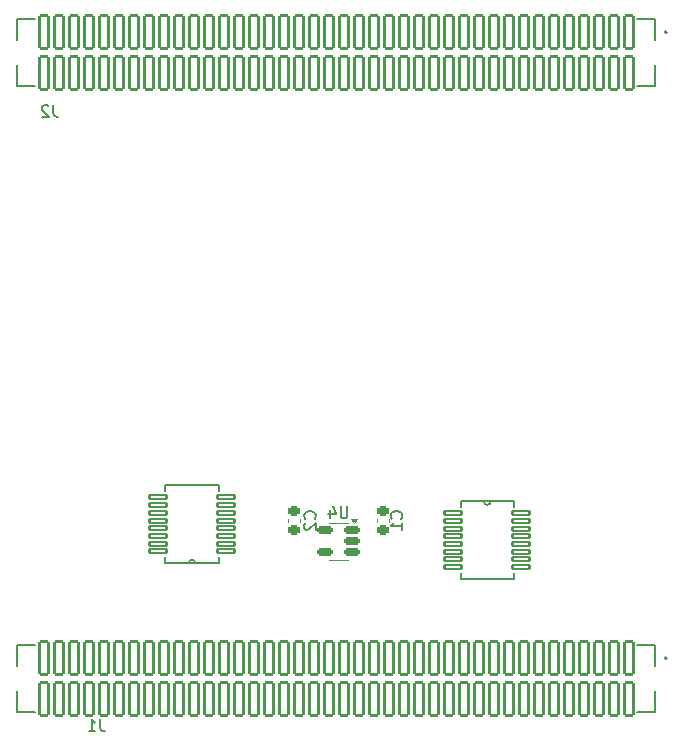
<source format=gbo>
%TF.GenerationSoftware,KiCad,Pcbnew,8.0.3-8.0.3-0~ubuntu24.04.1*%
%TF.CreationDate,2024-07-09T09:34:28+02:00*%
%TF.ProjectId,MainBoard,4d61696e-426f-4617-9264-2e6b69636164,rev?*%
%TF.SameCoordinates,Original*%
%TF.FileFunction,Legend,Bot*%
%TF.FilePolarity,Positive*%
%FSLAX46Y46*%
G04 Gerber Fmt 4.6, Leading zero omitted, Abs format (unit mm)*
G04 Created by KiCad (PCBNEW 8.0.3-8.0.3-0~ubuntu24.04.1) date 2024-07-09 09:34:28*
%MOMM*%
%LPD*%
G01*
G04 APERTURE LIST*
G04 Aperture macros list*
%AMRoundRect*
0 Rectangle with rounded corners*
0 $1 Rounding radius*
0 $2 $3 $4 $5 $6 $7 $8 $9 X,Y pos of 4 corners*
0 Add a 4 corners polygon primitive as box body*
4,1,4,$2,$3,$4,$5,$6,$7,$8,$9,$2,$3,0*
0 Add four circle primitives for the rounded corners*
1,1,$1+$1,$2,$3*
1,1,$1+$1,$4,$5*
1,1,$1+$1,$6,$7*
1,1,$1+$1,$8,$9*
0 Add four rect primitives between the rounded corners*
20,1,$1+$1,$2,$3,$4,$5,0*
20,1,$1+$1,$4,$5,$6,$7,0*
20,1,$1+$1,$6,$7,$8,$9,0*
20,1,$1+$1,$8,$9,$2,$3,0*%
G04 Aperture macros list end*
%ADD10C,0.150000*%
%ADD11C,0.152400*%
%ADD12C,0.120000*%
%ADD13C,0.200000*%
%ADD14C,1.190000*%
%ADD15C,3.500000*%
%ADD16RoundRect,0.102000X0.736600X0.177800X-0.736600X0.177800X-0.736600X-0.177800X0.736600X-0.177800X0*%
%ADD17RoundRect,0.150000X0.512500X0.150000X-0.512500X0.150000X-0.512500X-0.150000X0.512500X-0.150000X0*%
%ADD18C,1.420000*%
%ADD19RoundRect,0.102000X-0.370000X-1.395000X0.370000X-1.395000X0.370000X1.395000X-0.370000X1.395000X0*%
%ADD20RoundRect,0.225000X0.250000X-0.225000X0.250000X0.225000X-0.250000X0.225000X-0.250000X-0.225000X0*%
%ADD21RoundRect,0.102000X-0.736600X-0.177800X0.736600X-0.177800X0.736600X0.177800X-0.736600X0.177800X0*%
G04 APERTURE END LIST*
D10*
X97550904Y-87642319D02*
X97550904Y-88451842D01*
X97550904Y-88451842D02*
X97503285Y-88547080D01*
X97503285Y-88547080D02*
X97455666Y-88594700D01*
X97455666Y-88594700D02*
X97360428Y-88642319D01*
X97360428Y-88642319D02*
X97169952Y-88642319D01*
X97169952Y-88642319D02*
X97074714Y-88594700D01*
X97074714Y-88594700D02*
X97027095Y-88547080D01*
X97027095Y-88547080D02*
X96979476Y-88451842D01*
X96979476Y-88451842D02*
X96979476Y-87642319D01*
X96074714Y-87975652D02*
X96074714Y-88642319D01*
X96312809Y-87594700D02*
X96550904Y-88308985D01*
X96550904Y-88308985D02*
X95931857Y-88308985D01*
X76633333Y-105679819D02*
X76633333Y-106394104D01*
X76633333Y-106394104D02*
X76680952Y-106536961D01*
X76680952Y-106536961D02*
X76776190Y-106632200D01*
X76776190Y-106632200D02*
X76919047Y-106679819D01*
X76919047Y-106679819D02*
X77014285Y-106679819D01*
X75633333Y-106679819D02*
X76204761Y-106679819D01*
X75919047Y-106679819D02*
X75919047Y-105679819D01*
X75919047Y-105679819D02*
X76014285Y-105822676D01*
X76014285Y-105822676D02*
X76109523Y-105917914D01*
X76109523Y-105917914D02*
X76204761Y-105965533D01*
X94789580Y-88683333D02*
X94837200Y-88635714D01*
X94837200Y-88635714D02*
X94884819Y-88492857D01*
X94884819Y-88492857D02*
X94884819Y-88397619D01*
X94884819Y-88397619D02*
X94837200Y-88254762D01*
X94837200Y-88254762D02*
X94741961Y-88159524D01*
X94741961Y-88159524D02*
X94646723Y-88111905D01*
X94646723Y-88111905D02*
X94456247Y-88064286D01*
X94456247Y-88064286D02*
X94313390Y-88064286D01*
X94313390Y-88064286D02*
X94122914Y-88111905D01*
X94122914Y-88111905D02*
X94027676Y-88159524D01*
X94027676Y-88159524D02*
X93932438Y-88254762D01*
X93932438Y-88254762D02*
X93884819Y-88397619D01*
X93884819Y-88397619D02*
X93884819Y-88492857D01*
X93884819Y-88492857D02*
X93932438Y-88635714D01*
X93932438Y-88635714D02*
X93980057Y-88683333D01*
X93980057Y-89064286D02*
X93932438Y-89111905D01*
X93932438Y-89111905D02*
X93884819Y-89207143D01*
X93884819Y-89207143D02*
X93884819Y-89445238D01*
X93884819Y-89445238D02*
X93932438Y-89540476D01*
X93932438Y-89540476D02*
X93980057Y-89588095D01*
X93980057Y-89588095D02*
X94075295Y-89635714D01*
X94075295Y-89635714D02*
X94170533Y-89635714D01*
X94170533Y-89635714D02*
X94313390Y-89588095D01*
X94313390Y-89588095D02*
X94884819Y-89016667D01*
X94884819Y-89016667D02*
X94884819Y-89635714D01*
X72658333Y-53659819D02*
X72658333Y-54374104D01*
X72658333Y-54374104D02*
X72705952Y-54516961D01*
X72705952Y-54516961D02*
X72801190Y-54612200D01*
X72801190Y-54612200D02*
X72944047Y-54659819D01*
X72944047Y-54659819D02*
X73039285Y-54659819D01*
X72229761Y-53755057D02*
X72182142Y-53707438D01*
X72182142Y-53707438D02*
X72086904Y-53659819D01*
X72086904Y-53659819D02*
X71848809Y-53659819D01*
X71848809Y-53659819D02*
X71753571Y-53707438D01*
X71753571Y-53707438D02*
X71705952Y-53755057D01*
X71705952Y-53755057D02*
X71658333Y-53850295D01*
X71658333Y-53850295D02*
X71658333Y-53945533D01*
X71658333Y-53945533D02*
X71705952Y-54088390D01*
X71705952Y-54088390D02*
X72277380Y-54659819D01*
X72277380Y-54659819D02*
X71658333Y-54659819D01*
X102117580Y-88676133D02*
X102165200Y-88628514D01*
X102165200Y-88628514D02*
X102212819Y-88485657D01*
X102212819Y-88485657D02*
X102212819Y-88390419D01*
X102212819Y-88390419D02*
X102165200Y-88247562D01*
X102165200Y-88247562D02*
X102069961Y-88152324D01*
X102069961Y-88152324D02*
X101974723Y-88104705D01*
X101974723Y-88104705D02*
X101784247Y-88057086D01*
X101784247Y-88057086D02*
X101641390Y-88057086D01*
X101641390Y-88057086D02*
X101450914Y-88104705D01*
X101450914Y-88104705D02*
X101355676Y-88152324D01*
X101355676Y-88152324D02*
X101260438Y-88247562D01*
X101260438Y-88247562D02*
X101212819Y-88390419D01*
X101212819Y-88390419D02*
X101212819Y-88485657D01*
X101212819Y-88485657D02*
X101260438Y-88628514D01*
X101260438Y-88628514D02*
X101308057Y-88676133D01*
X102212819Y-89628514D02*
X102212819Y-89057086D01*
X102212819Y-89342800D02*
X101212819Y-89342800D01*
X101212819Y-89342800D02*
X101355676Y-89247562D01*
X101355676Y-89247562D02*
X101450914Y-89152324D01*
X101450914Y-89152324D02*
X101498533Y-89057086D01*
D11*
X107139400Y-87208600D02*
X107139400Y-87716600D01*
X107139400Y-93304600D02*
X107139400Y-93812600D01*
X107139400Y-93812600D02*
X111660600Y-93812600D01*
X109095200Y-87208600D02*
X107139400Y-87208600D01*
X109704800Y-87208600D02*
X109095200Y-87208600D01*
X111660600Y-87208600D02*
X109704800Y-87208600D01*
X111660600Y-87716600D02*
X111660600Y-87208600D01*
X111660600Y-93812600D02*
X111660600Y-93304600D01*
X109704800Y-87208600D02*
G75*
G02*
X109095200Y-87208600I-304800J0D01*
G01*
D12*
X95989000Y-89027500D02*
X96789000Y-89027500D01*
X95989000Y-92147500D02*
X96789000Y-92147500D01*
X97589000Y-89027500D02*
X96789000Y-89027500D01*
X97589000Y-92147500D02*
X96789000Y-92147500D01*
X98089000Y-89077500D02*
X97849000Y-88747500D01*
X98329000Y-88747500D01*
X98089000Y-89077500D01*
G36*
X98089000Y-89077500D02*
G01*
X97849000Y-88747500D01*
X98329000Y-88747500D01*
X98089000Y-89077500D01*
G37*
D13*
X69620000Y-99350000D02*
X71125000Y-99350000D01*
X69620000Y-101146340D02*
X69620000Y-99350000D01*
X69620000Y-105070000D02*
X69620000Y-103273660D01*
X69620000Y-105070000D02*
X71125000Y-105070000D01*
X122095000Y-105070000D02*
X123600000Y-105070000D01*
X123600000Y-99350000D02*
X122095000Y-99350000D01*
X123600000Y-99350000D02*
X123600000Y-101146340D01*
X123600000Y-103273660D02*
X123600000Y-105070000D01*
X124600000Y-100495000D02*
G75*
G02*
X124400000Y-100495000I-100000J0D01*
G01*
X124400000Y-100495000D02*
G75*
G02*
X124600000Y-100495000I100000J0D01*
G01*
D12*
X92490000Y-88709420D02*
X92490000Y-88990580D01*
X93510000Y-88709420D02*
X93510000Y-88990580D01*
D11*
X82139400Y-85873000D02*
X82139400Y-86381000D01*
X82139400Y-91969000D02*
X82139400Y-92477000D01*
X82139400Y-92477000D02*
X84095200Y-92477000D01*
X84095200Y-92477000D02*
X84704800Y-92477000D01*
X84704800Y-92477000D02*
X86660600Y-92477000D01*
X86660600Y-85873000D02*
X82139400Y-85873000D01*
X86660600Y-86381000D02*
X86660600Y-85873000D01*
X86660600Y-92477000D02*
X86660600Y-91969000D01*
X84095200Y-92477000D02*
G75*
G02*
X84704800Y-92477000I304800J0D01*
G01*
D13*
X69620000Y-46350000D02*
X71125000Y-46350000D01*
X69620000Y-48146340D02*
X69620000Y-46350000D01*
X69620000Y-52070000D02*
X69620000Y-50273660D01*
X69620000Y-52070000D02*
X71125000Y-52070000D01*
X122095000Y-52070000D02*
X123600000Y-52070000D01*
X123600000Y-46350000D02*
X122095000Y-46350000D01*
X123600000Y-46350000D02*
X123600000Y-48146340D01*
X123600000Y-50273660D02*
X123600000Y-52070000D01*
X124600000Y-47495000D02*
G75*
G02*
X124400000Y-47495000I-100000J0D01*
G01*
X124400000Y-47495000D02*
G75*
G02*
X124600000Y-47495000I100000J0D01*
G01*
D12*
X100068000Y-88709420D02*
X100068000Y-88990580D01*
X101088000Y-88709420D02*
X101088000Y-88990580D01*
%LPC*%
D14*
X48200000Y-95110000D03*
X33590000Y-95110000D03*
D15*
X145140000Y-47210000D03*
X49140000Y-104210000D03*
X49140000Y-47210000D03*
D14*
X148200000Y-95110000D03*
X133590000Y-95110000D03*
X151375000Y-68500000D03*
X130415000Y-68500000D03*
D15*
X145140000Y-104210000D03*
D14*
X51375000Y-68500000D03*
X30415000Y-68500000D03*
D16*
X112270200Y-88224600D03*
X112270200Y-88885000D03*
X112270200Y-89545400D03*
X112270200Y-90180400D03*
X112270200Y-90840800D03*
X112270200Y-91475800D03*
X112270200Y-92136200D03*
X112270200Y-92796600D03*
X106529800Y-92796600D03*
X106529800Y-92136200D03*
X106529800Y-91475800D03*
X106529800Y-90840800D03*
X106529800Y-90180400D03*
X106529800Y-89545400D03*
X106529800Y-88885000D03*
X106529800Y-88224600D03*
D17*
X97926500Y-89637500D03*
X97926500Y-90587500D03*
X97926500Y-91537500D03*
X95651500Y-91537500D03*
X95651500Y-89637500D03*
D18*
X70255000Y-102210000D03*
X122965000Y-102210000D03*
D19*
X121375000Y-100495000D03*
X121375000Y-103925000D03*
X120105000Y-100495000D03*
X120105000Y-103925000D03*
X118835000Y-100495000D03*
X118835000Y-103925000D03*
X117565000Y-100495000D03*
X117565000Y-103925000D03*
X116295000Y-100495000D03*
X116295000Y-103925000D03*
X115025000Y-100495000D03*
X115025000Y-103925000D03*
X113755000Y-100495000D03*
X113755000Y-103925000D03*
X112485000Y-100495000D03*
X112485000Y-103925000D03*
X111215000Y-100495000D03*
X111215000Y-103925000D03*
X109945000Y-100495000D03*
X109945000Y-103925000D03*
X108675000Y-100495000D03*
X108675000Y-103925000D03*
X107405000Y-100495000D03*
X107405000Y-103925000D03*
X106135000Y-100495000D03*
X106135000Y-103925000D03*
X104865000Y-100495000D03*
X104865000Y-103925000D03*
X103595000Y-100495000D03*
X103595000Y-103925000D03*
X102325000Y-100495000D03*
X102325000Y-103925000D03*
X101055000Y-100495000D03*
X101055000Y-103925000D03*
X99785000Y-100495000D03*
X99785000Y-103925000D03*
X98515000Y-100495000D03*
X98515000Y-103925000D03*
X97245000Y-100495000D03*
X97245000Y-103925000D03*
X95975000Y-100495000D03*
X95975000Y-103925000D03*
X94705000Y-100495000D03*
X94705000Y-103925000D03*
X93435000Y-100495000D03*
X93435000Y-103925000D03*
X92165000Y-100495000D03*
X92165000Y-103925000D03*
X90895000Y-100495000D03*
X90895000Y-103925000D03*
X89625000Y-100495000D03*
X89625000Y-103925000D03*
X88355000Y-100495000D03*
X88355000Y-103925000D03*
X87085000Y-100495000D03*
X87085000Y-103925000D03*
X85815000Y-100495000D03*
X85815000Y-103925000D03*
X84545000Y-100495000D03*
X84545000Y-103925000D03*
X83275000Y-100495000D03*
X83275000Y-103925000D03*
X82005000Y-100495000D03*
X82005000Y-103925000D03*
X80735000Y-100495000D03*
X80735000Y-103925000D03*
X79465000Y-100495000D03*
X79465000Y-103925000D03*
X78195000Y-100495000D03*
X78195000Y-103925000D03*
X76925000Y-100495000D03*
X76925000Y-103925000D03*
X75655000Y-100495000D03*
X75655000Y-103925000D03*
X74385000Y-100495000D03*
X74385000Y-103925000D03*
X73115000Y-100495000D03*
X73115000Y-103925000D03*
X71845000Y-100495000D03*
X71845000Y-103925000D03*
D20*
X93000000Y-89625000D03*
X93000000Y-88075000D03*
D21*
X81529800Y-91461000D03*
X81529800Y-90800600D03*
X81529800Y-90140200D03*
X81529800Y-89505200D03*
X81529800Y-88844800D03*
X81529800Y-88209800D03*
X81529800Y-87549400D03*
X81529800Y-86889000D03*
X87270200Y-86889000D03*
X87270200Y-87549400D03*
X87270200Y-88209800D03*
X87270200Y-88844800D03*
X87270200Y-89505200D03*
X87270200Y-90140200D03*
X87270200Y-90800600D03*
X87270200Y-91461000D03*
D18*
X70255000Y-49210000D03*
X122965000Y-49210000D03*
D19*
X121375000Y-47495000D03*
X121375000Y-50925000D03*
X120105000Y-47495000D03*
X120105000Y-50925000D03*
X118835000Y-47495000D03*
X118835000Y-50925000D03*
X117565000Y-47495000D03*
X117565000Y-50925000D03*
X116295000Y-47495000D03*
X116295000Y-50925000D03*
X115025000Y-47495000D03*
X115025000Y-50925000D03*
X113755000Y-47495000D03*
X113755000Y-50925000D03*
X112485000Y-47495000D03*
X112485000Y-50925000D03*
X111215000Y-47495000D03*
X111215000Y-50925000D03*
X109945000Y-47495000D03*
X109945000Y-50925000D03*
X108675000Y-47495000D03*
X108675000Y-50925000D03*
X107405000Y-47495000D03*
X107405000Y-50925000D03*
X106135000Y-47495000D03*
X106135000Y-50925000D03*
X104865000Y-47495000D03*
X104865000Y-50925000D03*
X103595000Y-47495000D03*
X103595000Y-50925000D03*
X102325000Y-47495000D03*
X102325000Y-50925000D03*
X101055000Y-47495000D03*
X101055000Y-50925000D03*
X99785000Y-47495000D03*
X99785000Y-50925000D03*
X98515000Y-47495000D03*
X98515000Y-50925000D03*
X97245000Y-47495000D03*
X97245000Y-50925000D03*
X95975000Y-47495000D03*
X95975000Y-50925000D03*
X94705000Y-47495000D03*
X94705000Y-50925000D03*
X93435000Y-47495000D03*
X93435000Y-50925000D03*
X92165000Y-47495000D03*
X92165000Y-50925000D03*
X90895000Y-47495000D03*
X90895000Y-50925000D03*
X89625000Y-47495000D03*
X89625000Y-50925000D03*
X88355000Y-47495000D03*
X88355000Y-50925000D03*
X87085000Y-47495000D03*
X87085000Y-50925000D03*
X85815000Y-47495000D03*
X85815000Y-50925000D03*
X84545000Y-47495000D03*
X84545000Y-50925000D03*
X83275000Y-47495000D03*
X83275000Y-50925000D03*
X82005000Y-47495000D03*
X82005000Y-50925000D03*
X80735000Y-47495000D03*
X80735000Y-50925000D03*
X79465000Y-47495000D03*
X79465000Y-50925000D03*
X78195000Y-47495000D03*
X78195000Y-50925000D03*
X76925000Y-47495000D03*
X76925000Y-50925000D03*
X75655000Y-47495000D03*
X75655000Y-50925000D03*
X74385000Y-47495000D03*
X74385000Y-50925000D03*
X73115000Y-47495000D03*
X73115000Y-50925000D03*
X71845000Y-47495000D03*
X71845000Y-50925000D03*
D20*
X100578000Y-89625000D03*
X100578000Y-88075000D03*
%LPD*%
M02*

</source>
